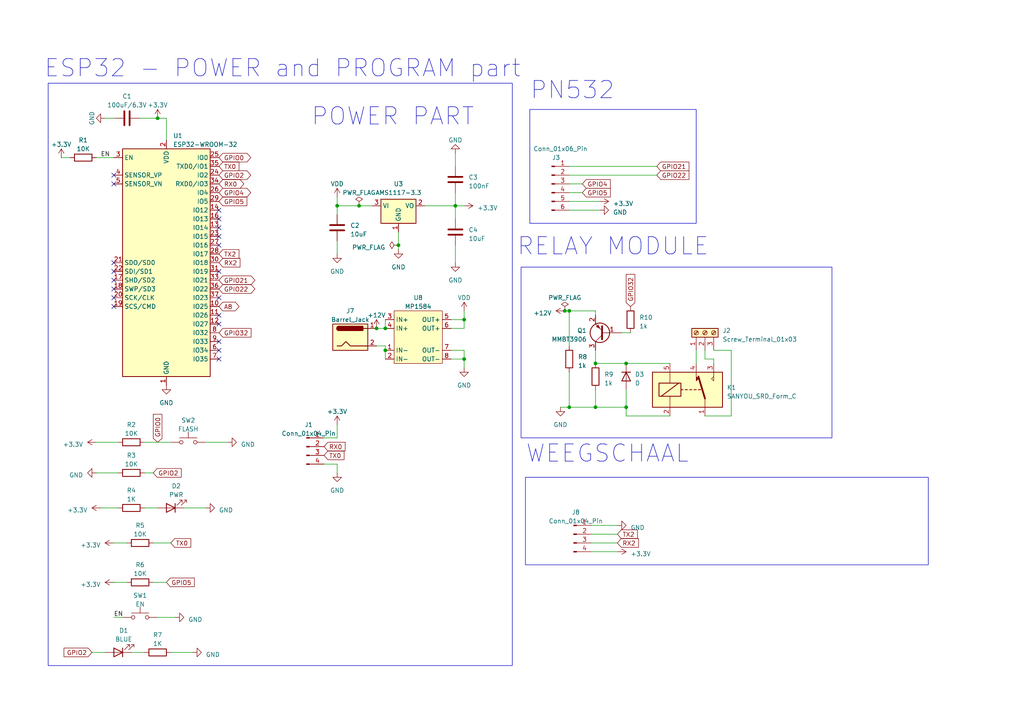
<source format=kicad_sch>
(kicad_sch (version 20230121) (generator eeschema)
  (paper "A4")
  (lib_symbols
    (symbol "Connector:Barrel_Jack" (pin_names (offset 1.016))
      (property "Reference" "J" (at 0 5.334 0))
      (property "Value" "Barrel_Jack" (at 0 -5.08 0))
      (symbol "Barrel_Jack_0_1"
        (rectangle (start -5.08 3.81) (end 5.08 -3.81) (stroke (width 0.254)) (fill (type background)))
        (arc (start -3.302 3.175) (mid -3.9343 2.54) (end -3.302 1.905) (stroke (width 0.254)))
        (arc (start -3.302 3.175) (mid -3.9343 2.54) (end -3.302 1.905) (stroke (width 0.254)) (fill (type outline)))
        (polyline (pts (xy 5.08 2.54) (xy 3.81 2.54)) (stroke (width 0.254)))
        (polyline (pts (xy -3.81 -2.54) (xy -2.54 -2.54) (xy -1.27 -1.27) (xy 0 -2.54) (xy 2.54 -2.54) (xy 5.08 -2.54)) (stroke (width 0.254)))
        (rectangle (start 3.683 3.175) (end -3.302 1.905) (stroke (width 0.254)) (fill (type outline)))
      )
      (symbol "Barrel_Jack_1_1"
        (pin passive line (at 7.62 2.54 180) (length 2.54) (name "~") (number "1"))
        (pin passive line (at 7.62 -2.54 180) (length 2.54) (name "~") (number "2"))
      )
    )
    (symbol "Connector:Conn_01x04_Pin" (pin_names (offset 1.016) hide)
      (property "Reference" "J" (at 0 5.08 0))
      (property "Value" "Conn_01x04_Pin" (at 0 -7.62 0))
      (symbol "Conn_01x04_Pin_1_1"
        (polyline (pts (xy 1.27 -5.08) (xy 0.8636 -5.08)) (stroke (width 0.1524)))
        (polyline (pts (xy 1.27 -2.54) (xy 0.8636 -2.54)) (stroke (width 0.1524)))
        (polyline (pts (xy 1.27 0) (xy 0.8636 0)) (stroke (width 0.1524)))
        (polyline (pts (xy 1.27 2.54) (xy 0.8636 2.54)) (stroke (width 0.1524)))
        (rectangle (start 0.8636 -4.953) (end 0 -5.207) (stroke (width 0.1524)) (fill (type outline)))
        (rectangle (start 0.8636 -2.413) (end 0 -2.667) (stroke (width 0.1524)) (fill (type outline)))
        (rectangle (start 0.8636 0.127) (end 0 -0.127) (stroke (width 0.1524)) (fill (type outline)))
        (rectangle (start 0.8636 2.667) (end 0 2.413) (stroke (width 0.1524)) (fill (type outline)))
        (pin passive line (at 5.08 2.54 180) (length 3.81) (name "Pin_1") (number "1"))
        (pin passive line (at 5.08 0 180) (length 3.81) (name "Pin_2") (number "2"))
        (pin passive line (at 5.08 -2.54 180) (length 3.81) (name "Pin_3") (number "3"))
        (pin passive line (at 5.08 -5.08 180) (length 3.81) (name "Pin_4") (number "4"))
      )
    )
    (symbol "Connector:Conn_01x06_Pin" (pin_names (offset 1.016) hide)
      (property "Reference" "J" (at 0 7.62 0))
      (property "Value" "Conn_01x06_Pin" (at 0 -10.16 0))
      (symbol "Conn_01x06_Pin_1_1"
        (polyline (pts (xy 1.27 -7.62) (xy 0.8636 -7.62)) (stroke (width 0.1524)))
        (polyline (pts (xy 1.27 -5.08) (xy 0.8636 -5.08)) (stroke (width 0.1524)))
        (polyline (pts (xy 1.27 -2.54) (xy 0.8636 -2.54)) (stroke (width 0.1524)))
        (polyline (pts (xy 1.27 0) (xy 0.8636 0)) (stroke (width 0.1524)))
        (polyline (pts (xy 1.27 2.54) (xy 0.8636 2.54)) (stroke (width 0.1524)))
        (polyline (pts (xy 1.27 5.08) (xy 0.8636 5.08)) (stroke (width 0.1524)))
        (rectangle (start 0.8636 -7.493) (end 0 -7.747) (stroke (width 0.1524)) (fill (type outline)))
        (rectangle (start 0.8636 -4.953) (end 0 -5.207) (stroke (width 0.1524)) (fill (type outline)))
        (rectangle (start 0.8636 -2.413) (end 0 -2.667) (stroke (width 0.1524)) (fill (type outline)))
        (rectangle (start 0.8636 0.127) (end 0 -0.127) (stroke (width 0.1524)) (fill (type outline)))
        (rectangle (start 0.8636 2.667) (end 0 2.413) (stroke (width 0.1524)) (fill (type outline)))
        (rectangle (start 0.8636 5.207) (end 0 4.953) (stroke (width 0.1524)) (fill (type outline)))
        (pin passive line (at 5.08 5.08 180) (length 3.81) (name "Pin_1") (number "1"))
        (pin passive line (at 5.08 2.54 180) (length 3.81) (name "Pin_2") (number "2"))
        (pin passive line (at 5.08 0 180) (length 3.81) (name "Pin_3") (number "3"))
        (pin passive line (at 5.08 -2.54 180) (length 3.81) (name "Pin_4") (number "4"))
        (pin passive line (at 5.08 -5.08 180) (length 3.81) (name "Pin_5") (number "5"))
        (pin passive line (at 5.08 -7.62 180) (length 3.81) (name "Pin_6") (number "6"))
      )
    )
    (symbol "Connector:Screw_Terminal_01x03" (pin_names (offset 1.016) hide)
      (property "Reference" "J" (at 0 5.08 0))
      (property "Value" "Screw_Terminal_01x03" (at 0 -5.08 0))
      (symbol "Screw_Terminal_01x03_1_1"
        (rectangle (start -1.27 3.81) (end 1.27 -3.81) (stroke (width 0.254)) (fill (type background)))
        (circle (center 0 -2.54) (radius 0.635) (stroke (width 0.1524)))
        (polyline (pts (xy -0.5334 -2.2098) (xy 0.3302 -3.048)) (stroke (width 0.1524)))
        (polyline (pts (xy -0.5334 0.3302) (xy 0.3302 -0.508)) (stroke (width 0.1524)))
        (polyline (pts (xy -0.5334 2.8702) (xy 0.3302 2.032)) (stroke (width 0.1524)))
        (polyline (pts (xy -0.3556 -2.032) (xy 0.508 -2.8702)) (stroke (width 0.1524)))
        (polyline (pts (xy -0.3556 0.508) (xy 0.508 -0.3302)) (stroke (width 0.1524)))
        (polyline (pts (xy -0.3556 3.048) (xy 0.508 2.2098)) (stroke (width 0.1524)))
        (circle (center 0 0) (radius 0.635) (stroke (width 0.1524)))
        (circle (center 0 2.54) (radius 0.635) (stroke (width 0.1524)))
        (pin passive line (at -5.08 2.54 0) (length 3.81) (name "Pin_1") (number "1"))
        (pin passive line (at -5.08 0 0) (length 3.81) (name "Pin_2") (number "2"))
        (pin passive line (at -5.08 -2.54 0) (length 3.81) (name "Pin_3") (number "3"))
      )
    )
    (symbol "Device:C" (pin_numbers hide) (pin_names (offset 0.254))
      (property "Reference" "C" (at 0.635 2.54 0))
      (property "Value" "C" (at 0.635 -2.54 0))
      (symbol "C_0_1"
        (polyline (pts (xy -2.032 -0.762) (xy 2.032 -0.762)) (stroke (width 0.508)))
        (polyline (pts (xy -2.032 0.762) (xy 2.032 0.762)) (stroke (width 0.508)))
      )
      (symbol "C_1_1"
        (pin passive line (at 0 3.81 270) (length 2.794) (name "~") (number "1"))
        (pin passive line (at 0 -3.81 90) (length 2.794) (name "~") (number "2"))
      )
    )
    (symbol "Device:D" (pin_numbers hide) (pin_names (offset 1.016) hide)
      (property "Reference" "D" (at 0 2.54 0))
      (property "Value" "D" (at 0 -2.54 0))
      (symbol "D_0_1"
        (polyline (pts (xy -1.27 1.27) (xy -1.27 -1.27)) (stroke (width 0.254)))
        (polyline (pts (xy 1.27 0) (xy -1.27 0)))
        (polyline (pts (xy 1.27 1.27) (xy 1.27 -1.27) (xy -1.27 0) (xy 1.27 1.27)) (stroke (width 0.254)))
      )
      (symbol "D_1_1"
        (pin passive line (at -3.81 0 0) (length 2.54) (name "K") (number "1"))
        (pin passive line (at 3.81 0 180) (length 2.54) (name "A") (number "2"))
      )
    )
    (symbol "Device:LED" (pin_numbers hide) (pin_names (offset 1.016) hide)
      (property "Reference" "D" (at 0 2.54 0))
      (property "Value" "LED" (at 0 -2.54 0))
      (symbol "LED_0_1"
        (polyline (pts (xy -1.27 -1.27) (xy -1.27 1.27)) (stroke (width 0.254)))
        (polyline (pts (xy -1.27 0) (xy 1.27 0)))
        (polyline (pts (xy 1.27 -1.27) (xy 1.27 1.27) (xy -1.27 0) (xy 1.27 -1.27)) (stroke (width 0.254)))
        (polyline (pts (xy -3.048 -0.762) (xy -4.572 -2.286) (xy -3.81 -2.286) (xy -4.572 -2.286) (xy -4.572 -1.524)))
        (polyline (pts (xy -1.778 -0.762) (xy -3.302 -2.286) (xy -2.54 -2.286) (xy -3.302 -2.286) (xy -3.302 -1.524)))
      )
      (symbol "LED_1_1"
        (pin passive line (at -3.81 0 0) (length 2.54) (name "K") (number "1"))
        (pin passive line (at 3.81 0 180) (length 2.54) (name "A") (number "2"))
      )
    )
    (symbol "Device:R" (pin_numbers hide) (pin_names (offset 0))
      (property "Reference" "R" (at 2.032 0 90))
      (property "Value" "R" (at 0 0 90))
      (symbol "R_0_1"
        (rectangle (start -1.016 -2.54) (end 1.016 2.54) (stroke (width 0.254)))
      )
      (symbol "R_1_1"
        (pin passive line (at 0 3.81 270) (length 1.27) (name "~") (number "1"))
        (pin passive line (at 0 -3.81 90) (length 1.27) (name "~") (number "2"))
      )
    )
    (symbol "Lib:MP1584"
      (property "Reference" "U" (at 0 2.54 0))
      (property "Value" "MP1584" (at 2.54 5.08 0))
      (symbol "MP1584_1_1"
        (rectangle (start -3.81 1.27) (end 10.16 -13.97) (fill (type background)))
        (pin input line (at -6.35 -10.16 0) (length 2.54) (name "IN-") (number "1"))
        (pin input line (at -6.35 -12.7 0) (length 2.54) (name "IN-") (number "2"))
        (pin input line (at -6.35 -1.27 0) (length 2.54) (name "IN+") (number "3"))
        (pin input line (at -6.35 -3.81 0) (length 2.54) (name "IN+") (number "4"))
        (pin input line (at 12.7 -1.27 180) (length 2.54) (name "OUT+") (number "5"))
        (pin input line (at 12.7 -3.81 180) (length 2.54) (name "OUT+") (number "6"))
        (pin input line (at 12.7 -10.16 180) (length 2.54) (name "OUT-") (number "7"))
        (pin input line (at 12.7 -12.7 180) (length 2.54) (name "OUT-") (number "8"))
      )
    )
    (symbol "RF_Module:ESP32-WROOM-32"
      (property "Reference" "U" (at -12.7 34.29 0))
      (property "Value" "ESP32-WROOM-32" (at 1.27 34.29 0))
      (symbol "ESP32-WROOM-32_0_1"
        (rectangle (start -12.7 33.02) (end 12.7 -33.02) (stroke (width 0.254)) (fill (type background)))
      )
      (symbol "ESP32-WROOM-32_1_1"
        (pin power_in line (at 0 -35.56 90) (length 2.54) (name "GND") (number "1"))
        (pin bidirectional line (at 15.24 -12.7 180) (length 2.54) (name "IO25") (number "10"))
        (pin bidirectional line (at 15.24 -15.24 180) (length 2.54) (name "IO26") (number "11"))
        (pin bidirectional line (at 15.24 -17.78 180) (length 2.54) (name "IO27") (number "12"))
        (pin bidirectional line (at 15.24 10.16 180) (length 2.54) (name "IO14") (number "13"))
        (pin bidirectional line (at 15.24 15.24 180) (length 2.54) (name "IO12") (number "14"))
        (pin passive line (at 0 -35.56 90) (length 2.54) hide (name "GND") (number "15"))
        (pin bidirectional line (at 15.24 12.7 180) (length 2.54) (name "IO13") (number "16"))
        (pin bidirectional line (at -15.24 -5.08 0) (length 2.54) (name "SHD/SD2") (number "17"))
        (pin bidirectional line (at -15.24 -7.62 0) (length 2.54) (name "SWP/SD3") (number "18"))
        (pin bidirectional line (at -15.24 -12.7 0) (length 2.54) (name "SCS/CMD") (number "19"))
        (pin power_in line (at 0 35.56 270) (length 2.54) (name "VDD") (number "2"))
        (pin bidirectional line (at -15.24 -10.16 0) (length 2.54) (name "SCK/CLK") (number "20"))
        (pin bidirectional line (at -15.24 0 0) (length 2.54) (name "SDO/SD0") (number "21"))
        (pin bidirectional line (at -15.24 -2.54 0) (length 2.54) (name "SDI/SD1") (number "22"))
        (pin bidirectional line (at 15.24 7.62 180) (length 2.54) (name "IO15") (number "23"))
        (pin bidirectional line (at 15.24 25.4 180) (length 2.54) (name "IO2") (number "24"))
        (pin bidirectional line (at 15.24 30.48 180) (length 2.54) (name "IO0") (number "25"))
        (pin bidirectional line (at 15.24 20.32 180) (length 2.54) (name "IO4") (number "26"))
        (pin bidirectional line (at 15.24 5.08 180) (length 2.54) (name "IO16") (number "27"))
        (pin bidirectional line (at 15.24 2.54 180) (length 2.54) (name "IO17") (number "28"))
        (pin bidirectional line (at 15.24 17.78 180) (length 2.54) (name "IO5") (number "29"))
        (pin input line (at -15.24 30.48 0) (length 2.54) (name "EN") (number "3"))
        (pin bidirectional line (at 15.24 0 180) (length 2.54) (name "IO18") (number "30"))
        (pin bidirectional line (at 15.24 -2.54 180) (length 2.54) (name "IO19") (number "31"))
        (pin no_connect line (at -12.7 -27.94 0) (length 2.54) hide (name "NC") (number "32"))
        (pin bidirectional line (at 15.24 -5.08 180) (length 2.54) (name "IO21") (number "33"))
        (pin bidirectional line (at 15.24 22.86 180) (length 2.54) (name "RXD0/IO3") (number "34"))
        (pin bidirectional line (at 15.24 27.94 180) (length 2.54) (name "TXD0/IO1") (number "35"))
        (pin bidirectional line (at 15.24 -7.62 180) (length 2.54) (name "IO22") (number "36"))
        (pin bidirectional line (at 15.24 -10.16 180) (length 2.54) (name "IO23") (number "37"))
        (pin passive line (at 0 -35.56 90) (length 2.54) hide (name "GND") (number "38"))
        (pin passive line (at 0 -35.56 90) (length 2.54) hide (name "GND") (number "39"))
        (pin input line (at -15.24 25.4 0) (length 2.54) (name "SENSOR_VP") (number "4"))
        (pin input line (at -15.24 22.86 0) (length 2.54) (name "SENSOR_VN") (number "5"))
        (pin input line (at 15.24 -25.4 180) (length 2.54) (name "IO34") (number "6"))
        (pin input line (at 15.24 -27.94 180) (length 2.54) (name "IO35") (number "7"))
        (pin bidirectional line (at 15.24 -20.32 180) (length 2.54) (name "IO32") (number "8"))
        (pin bidirectional line (at 15.24 -22.86 180) (length 2.54) (name "IO33") (number "9"))
      )
    )
    (symbol "Regulator_Linear:AMS1117-3.3"
      (property "Reference" "U" (at -3.81 3.175 0))
      (property "Value" "AMS1117-3.3" (at 0 3.175 0))
      (symbol "AMS1117-3.3_0_1"
        (rectangle (start -5.08 -5.08) (end 5.08 1.905) (stroke (width 0.254)) (fill (type background)))
      )
      (symbol "AMS1117-3.3_1_1"
        (pin power_in line (at 0 -7.62 90) (length 2.54) (name "GND") (number "1"))
        (pin power_out line (at 7.62 0 180) (length 2.54) (name "VO") (number "2"))
        (pin power_in line (at -7.62 0 0) (length 2.54) (name "VI") (number "3"))
      )
    )
    (symbol "Relay:SANYOU_SRD_Form_C"
      (property "Reference" "K" (at 11.43 3.81 0))
      (property "Value" "SANYOU_SRD_Form_C" (at 11.43 1.27 0))
      (symbol "SANYOU_SRD_Form_C_0_0"
        (polyline (pts (xy 7.62 5.08) (xy 7.62 2.54) (xy 6.985 3.175) (xy 7.62 3.81)))
      )
      (symbol "SANYOU_SRD_Form_C_0_1"
        (rectangle (start -10.16 5.08) (end 10.16 -5.08) (stroke (width 0.254)) (fill (type background)))
        (rectangle (start -8.255 1.905) (end -1.905 -1.905) (stroke (width 0.254)))
        (polyline (pts (xy -7.62 -1.905) (xy -2.54 1.905)) (stroke (width 0.254)))
        (polyline (pts (xy -5.08 -5.08) (xy -5.08 -1.905)))
        (polyline (pts (xy -5.08 5.08) (xy -5.08 1.905)))
        (polyline (pts (xy -1.905 0) (xy -1.27 0)) (stroke (width 0.254)))
        (polyline (pts (xy -0.635 0) (xy 0 0)) (stroke (width 0.254)))
        (polyline (pts (xy 0.635 0) (xy 1.27 0)) (stroke (width 0.254)))
        (polyline (pts (xy 1.905 0) (xy 2.54 0)) (stroke (width 0.254)))
        (polyline (pts (xy 3.175 0) (xy 3.81 0)) (stroke (width 0.254)))
        (polyline (pts (xy 5.08 -2.54) (xy 3.175 3.81)) (stroke (width 0.508)))
        (polyline (pts (xy 5.08 -2.54) (xy 5.08 -5.08)))
      )
      (symbol "SANYOU_SRD_Form_C_1_1"
        (polyline (pts (xy 2.54 3.81) (xy 3.175 3.175) (xy 2.54 2.54) (xy 2.54 5.08)) (fill (type outline)))
        (pin passive line (at 5.08 -7.62 90) (length 2.54) (name "~") (number "1"))
        (pin passive line (at -5.08 -7.62 90) (length 2.54) (name "~") (number "2"))
        (pin passive line (at 7.62 7.62 270) (length 2.54) (name "~") (number "3"))
        (pin passive line (at 2.54 7.62 270) (length 2.54) (name "~") (number "4"))
        (pin passive line (at -5.08 7.62 270) (length 2.54) (name "~") (number "5"))
      )
    )
    (symbol "Switch:SW_Push" (pin_numbers hide) (pin_names (offset 1.016) hide)
      (property "Reference" "SW" (at 1.27 2.54 0))
      (property "Value" "SW_Push" (at 0 -1.524 0))
      (symbol "SW_Push_0_1"
        (circle (center -2.032 0) (radius 0.508))
        (polyline (pts (xy 0 1.27) (xy 0 3.048)))
        (polyline (pts (xy 2.54 1.27) (xy -2.54 1.27)))
        (circle (center 2.032 0) (radius 0.508))
        (pin passive line (at -5.08 0 0) (length 2.54) (name "1") (number "1"))
        (pin passive line (at 5.08 0 180) (length 2.54) (name "2") (number "2"))
      )
    )
    (symbol "Transistor_BJT:MMBT3906" (pin_names (offset 0) hide)
      (property "Reference" "Q3" (at 5.08 0.635 0))
      (property "Value" "MMBT3906" (at 5.08 -1.905 0))
      (symbol "MMBT3906_0_1"
        (polyline (pts (xy 0.635 0.635) (xy 2.54 2.54)))
        (polyline (pts (xy 0.635 -0.635) (xy 2.54 -2.54) (xy 2.54 -2.54)))
        (polyline (pts (xy 0.635 1.905) (xy 0.635 -1.905) (xy 0.635 -1.905)) (stroke (width 0.508)))
        (polyline (pts (xy 2.286 -1.778) (xy 1.778 -2.286) (xy 1.27 -1.27) (xy 2.286 -1.778) (xy 2.286 -1.778)) (fill (type outline)))
        (circle (center 1.27 0) (radius 2.8194) (stroke (width 0.254)))
      )
      (symbol "MMBT3906_1_1"
        (pin input line (at -5.08 0 0) (length 5.715) (name "B") (number "1"))
        (pin passive line (at 2.54 -5.08 90) (length 2.54) (name "E") (number "2"))
        (pin passive line (at 2.54 5.08 270) (length 2.54) (name "C") (number "3"))
      )
    )
    (symbol "power:+12V" (power) (pin_names (offset 0))
      (property "Value" "+12V" (at 0 3.556 0))
      (symbol "+12V_0_1"
        (polyline (pts (xy -0.762 1.27) (xy 0 2.54)))
        (polyline (pts (xy 0 0) (xy 0 2.54)))
        (polyline (pts (xy 0 2.54) (xy 0.762 1.27)))
      )
      (symbol "+12V_1_1"
        (pin power_in line (at 0 0 90) (length 0) hide (name "+12V") (number "1"))
      )
    )
    (symbol "power:+3.3V" (power) (pin_names (offset 0))
      (property "Value" "+3.3V" (at 0 3.556 0))
      (symbol "+3.3V_0_1"
        (polyline (pts (xy -0.762 1.27) (xy 0 2.54)))
        (polyline (pts (xy 0 0) (xy 0 2.54)))
        (polyline (pts (xy 0 2.54) (xy 0.762 1.27)))
      )
      (symbol "+3.3V_1_1"
        (pin power_in line (at 0 0 90) (length 0) hide (name "+3.3V") (number "1"))
      )
    )
    (symbol "power:GND" (power) (pin_names (offset 0))
      (property "Value" "GND" (at 0 -3.81 0))
      (symbol "GND_0_1"
        (polyline (pts (xy 0 0) (xy 0 -1.27) (xy 1.27 -1.27) (xy 0 -2.54) (xy -1.27 -1.27) (xy 0 -1.27)))
      )
      (symbol "GND_1_1"
        (pin power_in line (at 0 0 270) (length 0) hide (name "GND") (number "1"))
      )
    )
    (symbol "power:PWR_FLAG" (power) (pin_numbers hide) (pin_names (offset 0) hide)
      (property "Value" "PWR_FLAG" (at 0 3.81 0))
      (symbol "PWR_FLAG_0_0"
        (pin power_out line (at 0 0 90) (length 0) (name "pwr") (number "1"))
      )
      (symbol "PWR_FLAG_0_1"
        (polyline (pts (xy 0 0) (xy 0 1.27) (xy -1.016 1.905) (xy 0 2.54) (xy 1.016 1.905) (xy 0 1.27)))
      )
    )
    (symbol "power:VDD" (power) (pin_names (offset 0))
      (property "Value" "VDD" (at 0 3.81 0))
      (symbol "VDD_0_1"
        (polyline (pts (xy -0.762 1.27) (xy 0 2.54)))
        (polyline (pts (xy 0 0) (xy 0 2.54)))
        (polyline (pts (xy 0 2.54) (xy 0.762 1.27)))
      )
      (symbol "VDD_1_1"
        (pin power_in line (at 0 0 90) (length 0) hide (name "VDD") (number "1"))
      )
    )
  )
  (junction (at 181.61 118.11))
  (junction (at 165.1 90.17))
  (junction (at 109.22 95.25))
  (junction (at 111.76 95.25))
  (junction (at 134.62 104.14))
  (junction (at 104.14 59.69))
  (junction (at 172.72 118.11))
  (junction (at 165.1 118.11))
  (junction (at 163.83 90.17))
  (junction (at 132.08 59.69))
  (junction (at 134.62 92.71))
  (junction (at 111.76 101.6))
  (junction (at 172.72 105.41))
  (junction (at 181.61 105.41))
  (junction (at 115.57 71.12))
  (junction (at 97.79 59.69))
  (junction (at 45.72 34.29))
  (no_connect (at 33.02 50.8))
  (no_connect (at 33.02 53.34))
  (no_connect (at 33.02 88.9))
  (no_connect (at 63.5 66.04))
  (no_connect (at 63.5 60.96))
  (no_connect (at 63.5 71.12))
  (no_connect (at 63.5 63.5))
  (no_connect (at 63.5 93.98))
  (no_connect (at 33.02 76.2))
  (no_connect (at 63.5 101.6))
  (no_connect (at 63.5 99.06))
  (no_connect (at 33.02 78.74))
  (no_connect (at 63.5 86.36))
  (no_connect (at 63.5 68.58))
  (no_connect (at 33.02 83.82))
  (no_connect (at 63.5 78.74))
  (no_connect (at 33.02 86.36))
  (no_connect (at 63.5 91.44))
  (no_connect (at 33.02 81.28))
  (no_connect (at 63.5 104.14))
  (wire (pts (xy 17.78 45.72) (xy 20.32 45.72)))
  (wire (pts (xy 27.94 45.72) (xy 33.02 45.72)))
  (wire (pts (xy 134.62 106.68) (xy 134.62 104.14)))
  (wire (pts (xy 48.26 34.29) (xy 48.26 40.64)))
  (wire (pts (xy 172.72 105.41) (xy 181.61 105.41)))
  (wire (pts (xy 132.08 59.69) (xy 134.62 59.69)))
  (wire (pts (xy 26.67 189.23) (xy 30.48 189.23)))
  (wire (pts (xy 130.81 92.71) (xy 134.62 92.71)))
  (wire (pts (xy 134.62 95.25) (xy 134.62 92.71)))
  (wire (pts (xy 130.81 95.25) (xy 134.62 95.25)))
  (wire (pts (xy 201.93 101.6) (xy 201.93 105.41)))
  (wire (pts (xy 115.57 67.31) (xy 115.57 71.12)))
  (wire (pts (xy 204.47 104.14) (xy 204.47 101.6)))
  (wire (pts (xy 27.94 128.27) (xy 34.29 128.27)))
  (wire (pts (xy 165.1 50.8) (xy 190.5 50.8)))
  (wire (pts (xy 41.91 137.16) (xy 44.45 137.16)))
  (wire (pts (xy 41.91 128.27) (xy 49.53 128.27)))
  (wire (pts (xy 44.45 157.48) (xy 49.53 157.48)))
  (wire (pts (xy 38.1 189.23) (xy 41.91 189.23)))
  (wire (pts (xy 30.48 34.29) (xy 33.02 34.29)))
  (wire (pts (xy 181.61 105.41) (xy 194.31 105.41)))
  (wire (pts (xy 115.57 71.12) (xy 115.57 72.39)))
  (wire (pts (xy 163.83 90.17) (xy 165.1 90.17)))
  (wire (pts (xy 171.45 152.4) (xy 179.07 152.4)))
  (wire (pts (xy 165.1 55.88) (xy 168.91 55.88)))
  (wire (pts (xy 132.08 55.88) (xy 132.08 59.69)))
  (wire (pts (xy 27.94 137.16) (xy 34.29 137.16)))
  (wire (pts (xy 172.72 101.6) (xy 172.72 105.41)))
  (wire (pts (xy 165.1 60.96) (xy 173.99 60.96)))
  (wire (pts (xy 162.56 118.11) (xy 165.1 118.11)))
  (wire (pts (xy 59.69 128.27) (xy 66.04 128.27)))
  (wire (pts (xy 97.79 137.16) (xy 97.79 134.62)))
  (wire (pts (xy 49.53 189.23) (xy 55.88 189.23)))
  (wire (pts (xy 134.62 104.14) (xy 134.62 101.6)))
  (wire (pts (xy 111.76 95.25) (xy 111.76 92.71)))
  (wire (pts (xy 132.08 71.12) (xy 132.08 76.2)))
  (wire (pts (xy 45.72 34.29) (xy 40.64 34.29)))
  (wire (pts (xy 111.76 100.33) (xy 111.76 101.6)))
  (wire (pts (xy 212.09 120.65) (xy 204.47 120.65)))
  (wire (pts (xy 29.21 147.32) (xy 34.29 147.32)))
  (wire (pts (xy 33.02 157.48) (xy 36.83 157.48)))
  (wire (pts (xy 165.1 48.26) (xy 190.5 48.26)))
  (wire (pts (xy 134.62 101.6) (xy 130.81 101.6)))
  (wire (pts (xy 41.91 147.32) (xy 45.72 147.32)))
  (wire (pts (xy 109.22 100.33) (xy 111.76 100.33)))
  (wire (pts (xy 33.02 168.91) (xy 36.83 168.91)))
  (wire (pts (xy 171.45 160.02) (xy 179.07 160.02)))
  (wire (pts (xy 53.34 147.32) (xy 59.69 147.32)))
  (wire (pts (xy 165.1 90.17) (xy 165.1 100.33)))
  (wire (pts (xy 97.79 127) (xy 93.98 127)))
  (wire (pts (xy 212.09 120.65) (xy 212.09 101.6)))
  (wire (pts (xy 172.72 90.17) (xy 172.72 91.44)))
  (wire (pts (xy 111.76 101.6) (xy 111.76 104.14)))
  (wire (pts (xy 48.26 34.29) (xy 45.72 34.29)))
  (wire (pts (xy 97.79 57.15) (xy 97.79 59.69)))
  (wire (pts (xy 130.81 104.14) (xy 134.62 104.14)))
  (wire (pts (xy 134.62 92.71) (xy 134.62 90.17)))
  (wire (pts (xy 207.01 105.41) (xy 207.01 104.14)))
  (wire (pts (xy 45.72 179.07) (xy 50.8 179.07)))
  (wire (pts (xy 97.79 123.19) (xy 97.79 127)))
  (wire (pts (xy 165.1 53.34) (xy 168.91 53.34)))
  (wire (pts (xy 181.61 118.11) (xy 181.61 120.65)))
  (wire (pts (xy 165.1 107.95) (xy 165.1 118.11)))
  (wire (pts (xy 97.79 59.69) (xy 104.14 59.69)))
  (wire (pts (xy 171.45 154.94) (xy 179.07 154.94)))
  (wire (pts (xy 44.45 168.91) (xy 48.26 168.91)))
  (wire (pts (xy 207.01 104.14) (xy 204.47 104.14)))
  (wire (pts (xy 97.79 69.85) (xy 97.79 73.66)))
  (wire (pts (xy 132.08 59.69) (xy 132.08 63.5)))
  (wire (pts (xy 171.45 157.48) (xy 179.07 157.48)))
  (wire (pts (xy 33.02 179.07) (xy 35.56 179.07)))
  (wire (pts (xy 180.34 96.52) (xy 182.88 96.52)))
  (wire (pts (xy 172.72 113.03) (xy 172.72 118.11)))
  (wire (pts (xy 172.72 118.11) (xy 181.61 118.11)))
  (wire (pts (xy 212.09 101.6) (xy 207.01 101.6)))
  (wire (pts (xy 181.61 113.03) (xy 181.61 118.11)))
  (wire (pts (xy 165.1 58.42) (xy 173.99 58.42)))
  (wire (pts (xy 97.79 59.69) (xy 97.79 62.23)))
  (wire (pts (xy 132.08 44.45) (xy 132.08 48.26)))
  (wire (pts (xy 109.22 95.25) (xy 111.76 95.25)))
  (wire (pts (xy 97.79 134.62) (xy 93.98 134.62)))
  (wire (pts (xy 181.61 120.65) (xy 194.31 120.65)))
  (wire (pts (xy 123.19 59.69) (xy 132.08 59.69)))
  (wire (pts (xy 165.1 118.11) (xy 172.72 118.11)))
  (wire (pts (xy 104.14 59.69) (xy 107.95 59.69)))
  (wire (pts (xy 165.1 90.17) (xy 172.72 90.17)))
  (rectangle (start 151.13 77.47) (end 241.3 127))
  (rectangle (start 152.4 138.43) (end 269.24 163.83))
  (rectangle (start 153.67 31.75) (end 201.93 64.77))
  (rectangle (start 13.97 24.13) (end 148.59 193.04))
  (text "PN532\n" (at 153.67 29.21 0) (effects (font (size 5 5)) (justify left bottom)))
  (text "ESP32 - POWER and PROGRAM part" (at 12.7 22.86 0) (effects (font (size 5 5)) (justify left bottom)))
  (text "WEEGSCHAAL\n" (at 152.4 134.62 0) (effects (font (size 5 5)) (justify left bottom)))
  (text "POWER PART" (at 90.17 36.83 0) (effects (font (size 5 5)) (justify left bottom)))
  (text "RELAY MODULE\n\n" (at 149.86 82.55 0) (effects (font (size 5 5)) (justify left bottom)))
  (label "EN" (at 29.21 45.72 0))
  (label "EN" (at 33.02 179.07 0))
  (global_label "RX0" (shape bidirectional) (at 63.5 53.34 0) (property "Intersheetrefs" "${INTERSHEET_REFS}" (effects hide)))
  (global_label "GPIO4" (shape input) (at 168.91 53.34 0) (property "Intersheetrefs" "${INTERSHEET_REFS}" (effects hide)))
  (global_label "GPIO2" (shape input) (at 26.67 189.23 180) (property "Intersheetrefs" "${INTERSHEET_REFS}" (effects hide)))
  (global_label "TX0" (shape input) (at 63.5 48.26 0) (property "Intersheetrefs" "${INTERSHEET_REFS}" (effects hide)))
  (global_label "GPIO21" (shape input) (at 190.5 48.26 0) (property "Intersheetrefs" "${INTERSHEET_REFS}" (effects hide)))
  (global_label "GPIO22" (shape input) (at 190.5 50.8 0) (property "Intersheetrefs" "${INTERSHEET_REFS}" (effects hide)))
  (global_label "TX0" (shape input) (at 49.53 157.48 0) (property "Intersheetrefs" "${INTERSHEET_REFS}" (effects hide)))
  (global_label "RX2" (shape input) (at 63.5 76.2 0) (property "Intersheetrefs" "${INTERSHEET_REFS}" (effects hide)))
  (global_label "RX2" (shape input) (at 179.07 157.48 0) (property "Intersheetrefs" "${INTERSHEET_REFS}" (effects hide)))
  (global_label "GPIO5" (shape input) (at 63.5 58.42 0) (property "Intersheetrefs" "${INTERSHEET_REFS}" (effects hide)))
  (global_label "GPIO0" (shape bidirectional) (at 63.5 45.72 0) (property "Intersheetrefs" "${INTERSHEET_REFS}" (effects hide)))
  (global_label "GPIO32" (shape input) (at 63.5 96.52 0) (property "Intersheetrefs" "${INTERSHEET_REFS}" (effects hide)))
  (global_label "GPIO21" (shape bidirectional) (at 63.5 81.28 0) (property "Intersheetrefs" "${INTERSHEET_REFS}" (effects hide)))
  (global_label "GPIO5" (shape input) (at 168.91 55.88 0) (property "Intersheetrefs" "${INTERSHEET_REFS}" (effects hide)))
  (global_label "GPIO2" (shape bidirectional) (at 63.5 50.8 0) (property "Intersheetrefs" "${INTERSHEET_REFS}" (effects hide)))
  (global_label "A8" (shape bidirectional) (at 63.5 88.9 0) (property "Intersheetrefs" "${INTERSHEET_REFS}" (effects hide)))
  (global_label "TX0" (shape input) (at 93.98 132.08 0) (property "Intersheetrefs" "${INTERSHEET_REFS}" (effects hide)))
  (global_label "GPIO22" (shape bidirectional) (at 63.5 83.82 0) (property "Intersheetrefs" "${INTERSHEET_REFS}" (effects hide)))
  (global_label "GPIO5" (shape input) (at 48.26 168.91 0) (property "Intersheetrefs" "${INTERSHEET_REFS}" (effects hide)))
  (global_label "RX0" (shape input) (at 93.98 129.54 0) (property "Intersheetrefs" "${INTERSHEET_REFS}" (effects hide)))
  (global_label "TX2" (shape input) (at 63.5 73.66 0) (property "Intersheetrefs" "${INTERSHEET_REFS}" (effects hide)))
  (global_label "TX2" (shape input) (at 179.07 154.94 0) (property "Intersheetrefs" "${INTERSHEET_REFS}" (effects hide)))
  (global_label "GPIO4" (shape bidirectional) (at 63.5 55.88 0) (property "Intersheetrefs" "${INTERSHEET_REFS}" (effects hide)))
  (global_label "GPIO32" (shape input) (at 182.88 88.9 90) (property "Intersheetrefs" "${INTERSHEET_REFS}" (effects hide)))
  (global_label "GPIO2" (shape input) (at 44.45 137.16 0) (property "Intersheetrefs" "${INTERSHEET_REFS}" (effects hide)))
  (global_label "GPIO0" (shape input) (at 45.72 128.27 90) (property "Intersheetrefs" "${INTERSHEET_REFS}" (effects hide)))
  (symbol (lib_id "Device:R") (at 165.1 104.14 0) (unit 1)
    (property "Reference" "R8" (at 167.64 103.505 0) (effects (justify left)))
    (property "Value" "1k" (at 167.64 106.045 0) (effects (justify left)))
    (property "Footprint" "Resistor_SMD:R_0805_2012Metric_Pad1.20x1.40mm_HandSolder" (effects hide))
  )
  (symbol (lib_id "power:+3.3V") (at 29.21 147.32 90) (unit 1)
    (property "Reference" "#PWR04" (effects hide))
    (property "Value" "+3.3V" (at 25.4 147.955 90) (effects (justify left)))
  )
  (symbol (lib_id "Device:R") (at 38.1 137.16 90) (unit 1)
    (property "Reference" "R3" (at 38.1 132.08 90))
    (property "Value" "10K" (at 38.1 134.62 90))
    (property "Footprint" "Resistor_SMD:R_0805_2012Metric_Pad1.20x1.40mm_HandSolder" (effects hide))
  )
  (symbol (lib_id "Device:C") (at 132.08 67.31 0) (unit 1)
    (property "Reference" "C4" (at 135.89 66.675 0) (effects (justify left)))
    (property "Value" "10uF" (at 135.89 69.215 0) (effects (justify left)))
    (property "Footprint" "Capacitor_SMD:C_0805_2012Metric_Pad1.18x1.45mm_HandSolder" (effects hide))
  )
  (symbol (lib_id "power:+3.3V") (at 97.79 123.19 0) (unit 1)
    (property "Reference" "#PWR016" (effects hide))
    (property "Value" "+3.3V" (at 97.79 119.38 0))
  )
  (symbol (lib_id "Device:R") (at 24.13 45.72 90) (unit 1)
    (property "Reference" "R1" (at 24.13 40.64 90))
    (property "Value" "10K" (at 24.13 43.18 90))
    (property "Footprint" "Resistor_SMD:R_0805_2012Metric_Pad1.20x1.40mm_HandSolder" (effects hide))
  )
  (symbol (lib_id "power:+3.3V") (at 173.99 58.42 270) (unit 1)
    (property "Reference" "#PWR026" (effects hide))
    (property "Value" "+3.3V" (at 177.8 59.055 90) (effects (justify left)))
  )
  (symbol (lib_id "power:+3.3V") (at 33.02 168.91 90) (unit 1)
    (property "Reference" "#PWR07" (effects hide))
    (property "Value" "+3.3V" (at 29.21 169.545 90) (effects (justify left)))
  )
  (symbol (lib_id "Device:R") (at 172.72 109.22 0) (unit 1)
    (property "Reference" "R9" (at 175.26 108.585 0) (effects (justify left)))
    (property "Value" "1k" (at 175.26 111.125 0) (effects (justify left)))
    (property "Footprint" "Resistor_SMD:R_0805_2012Metric_Pad1.20x1.40mm_HandSolder" (effects hide))
  )
  (symbol (lib_id "power:GND") (at 134.62 106.68 0) (unit 1)
    (property "Reference" "#PWR052" (effects hide))
    (property "Value" "GND" (at 134.62 111.76 0))
  )
  (symbol (lib_id "power:GND") (at 30.48 34.29 270) (unit 1)
    (property "Reference" "#PWR05" (effects hide))
    (property "Value" "GND" (at 26.67 34.29 0))
  )
  (symbol (lib_id "power:GND") (at 115.57 72.39 0) (unit 1)
    (property "Reference" "#PWR018" (effects hide))
    (property "Value" "GND" (at 115.57 77.47 0))
  )
  (symbol (lib_id "Switch:SW_Push") (at 40.64 179.07 0) (unit 1)
    (property "Reference" "SW1" (at 40.64 172.72 0))
    (property "Value" "EN" (at 40.64 175.26 0))
    (property "Footprint" "Button_Switch_SMD:SW_DIP_SPSTx01_Slide_Copal_CHS-01B_W7.62mm_P1.27mm" (effects hide))
  )
  (symbol (lib_id "Device:R") (at 38.1 147.32 90) (unit 1)
    (property "Reference" "R4" (at 38.1 142.24 90))
    (property "Value" "1K" (at 38.1 144.78 90))
    (property "Footprint" "Resistor_SMD:R_0805_2012Metric_Pad1.20x1.40mm_HandSolder" (effects hide))
  )
  (symbol (lib_id "Connector:Barrel_Jack") (at 101.6 97.79 0) (unit 1)
    (property "Reference" "J7" (at 101.6 90.17 0))
    (property "Value" "Barrel_Jack" (at 101.6 92.71 0))
    (property "Footprint" "Connector_BarrelJack:BarrelJack_GCT_DCJ200-10-A_Horizontal" (effects hide))
  )
  (symbol (lib_id "Device:R") (at 38.1 128.27 90) (unit 1)
    (property "Reference" "R2" (at 38.1 123.19 90))
    (property "Value" "10K" (at 38.1 125.73 90))
    (property "Footprint" "Resistor_SMD:R_0805_2012Metric_Pad1.20x1.40mm_HandSolder" (effects hide))
  )
  (symbol (lib_id "power:GND") (at 59.69 147.32 90) (unit 1)
    (property "Reference" "#PWR012" (effects hide))
    (property "Value" "GND" (at 63.5 147.955 90) (effects (justify right)))
  )
  (symbol (lib_id "power:+3.3V") (at 45.72 34.29 0) (unit 1)
    (property "Reference" "#PWR08" (effects hide))
    (property "Value" "+3.3V" (at 45.72 30.48 0))
  )
  (symbol (lib_id "RF_Module:ESP32-WROOM-32") (at 48.26 76.2 0) (unit 1)
    (property "Reference" "U1" (at 50.2159 39.37 0) (effects (justify left)))
    (property "Value" "ESP32-WROOM-32" (at 50.2159 41.91 0) (effects (justify left)))
    (property "Footprint" "RF_Module:ESP32-WROOM-32" (effects hide))
    (property "Datasheet" "https://www.espressif.com/sites/default/files/documentation/esp32-wroom-32_datasheet_en.pdf" (effects hide))
  )
  (symbol (lib_id "power:GND") (at 66.04 128.27 90) (unit 1)
    (property "Reference" "#PWR013" (effects hide))
    (property "Value" "GND" (at 69.85 128.905 90) (effects (justify right)))
  )
  (symbol (lib_id "Connector:Conn_01x04_Pin") (at 88.9 129.54 0) (unit 1)
    (property "Reference" "J1" (at 89.535 123.19 0))
    (property "Value" "Conn_01x04_Pin" (at 89.535 125.73 0))
    (property "Footprint" "Connector_PinHeader_2.54mm:PinHeader_1x04_P2.54mm_Vertical" (effects hide))
  )
  (symbol (lib_id "Device:LED") (at 49.53 147.32 180) (unit 1)
    (property "Reference" "D2" (at 51.1175 140.97 0))
    (property "Value" "PWR" (at 51.1175 143.51 0))
    (property "Footprint" "LED_SMD:LED_0805_2012Metric_Pad1.15x1.40mm_HandSolder" (effects hide))
  )
  (symbol (lib_id "power:GND") (at 48.26 111.76 0) (unit 1)
    (property "Reference" "#PWR09" (effects hide))
    (property "Value" "GND" (at 48.26 116.84 0))
  )
  (symbol (lib_id "power:+3.3V") (at 27.94 128.27 90) (unit 1)
    (property "Reference" "#PWR02" (effects hide))
    (property "Value" "+3.3V" (at 24.13 128.905 90) (effects (justify left)))
  )
  (symbol (lib_id "power:PWR_FLAG") (at 104.14 59.69 0) (unit 1)
    (property "Reference" "#FLG01" (effects hide))
    (property "Value" "PWR_FLAG" (at 104.14 55.88 0))
  )
  (symbol (lib_id "Device:C") (at 36.83 34.29 270) (unit 1)
    (property "Reference" "C1" (at 36.83 27.94 90))
    (property "Value" "100uF/6.3V" (at 36.83 30.48 90))
    (property "Footprint" "Capacitor_SMD:C_0805_2012Metric_Pad1.18x1.45mm_HandSolder" (effects hide))
  )
  (symbol (lib_id "Device:LED") (at 34.29 189.23 180) (unit 1)
    (property "Reference" "D1" (at 35.8775 182.88 0))
    (property "Value" "BLUE" (at 35.8775 185.42 0))
    (property "Footprint" "LED_SMD:LED_0805_2012Metric_Pad1.15x1.40mm_HandSolder" (effects hide))
  )
  (symbol (lib_id "power:GND") (at 55.88 189.23 90) (unit 1)
    (property "Reference" "#PWR011" (effects hide))
    (property "Value" "GND" (at 59.69 189.865 90) (effects (justify right)))
  )
  (symbol (lib_id "power:GND") (at 50.8 179.07 90) (unit 1)
    (property "Reference" "#PWR010" (effects hide))
    (property "Value" "GND" (at 54.61 179.705 90) (effects (justify right)))
  )
  (symbol (lib_id "power:PWR_FLAG") (at 115.57 71.12 90) (unit 1)
    (property "Reference" "#FLG02" (effects hide))
    (property "Value" "PWR_FLAG" (at 111.76 71.755 90) (effects (justify left)))
  )
  (symbol (lib_id "power:GND") (at 27.94 137.16 270) (unit 1)
    (property "Reference" "#PWR03" (effects hide))
    (property "Value" "GND" (at 24.13 137.795 90) (effects (justify right)))
  )
  (symbol (lib_id "power:GND") (at 173.99 60.96 90) (unit 1)
    (property "Reference" "#PWR027" (effects hide))
    (property "Value" "GND" (at 177.8 61.595 90) (effects (justify right)))
  )
  (symbol (lib_id "Device:D") (at 181.61 109.22 270) (unit 1)
    (property "Reference" "D3" (at 184.15 108.585 90) (effects (justify left)))
    (property "Value" "D" (at 184.15 111.125 90) (effects (justify left)))
    (property "Footprint" "Diode_SMD:D_0805_2012Metric" (effects hide))
    (property "Sim.Device" "D" (effects hide))
    (property "Sim.Pins" "1=K 2=A" (effects hide))
  )
  (symbol (lib_id "Device:C") (at 132.08 52.07 0) (unit 1)
    (property "Reference" "C3" (at 135.89 51.435 0) (effects (justify left)))
    (property "Value" "100nF" (at 135.89 53.975 0) (effects (justify left)))
    (property "Footprint" "Capacitor_SMD:C_0805_2012Metric_Pad1.18x1.45mm_HandSolder" (effects hide))
  )
  (symbol (lib_id "power:+3.3V") (at 33.02 157.48 90) (unit 1)
    (property "Reference" "#PWR06" (effects hide))
    (property "Value" "+3.3V" (at 29.21 158.115 90) (effects (justify left)))
  )
  (symbol (lib_id "power:GND") (at 97.79 137.16 0) (unit 1)
    (property "Reference" "#PWR017" (effects hide))
    (property "Value" "GND" (at 97.79 142.24 0))
  )
  (symbol (lib_id "power:GND") (at 97.79 73.66 0) (unit 1)
    (property "Reference" "#PWR015" (effects hide))
    (property "Value" "GND" (at 97.79 78.74 0))
  )
  (symbol (lib_id "Lib:MP1584") (at 118.11 91.44 0) (unit 1)
    (property "Reference" "U8" (at 121.285 86.36 0))
    (property "Value" "MP1584" (at 121.285 88.9 0))
    (property "Footprint" "Library:U1584" (effects hide))
  )
  (symbol (lib_id "Device:R") (at 40.64 157.48 90) (unit 1)
    (property "Reference" "R5" (at 40.64 152.4 90))
    (property "Value" "10K" (at 40.64 154.94 90))
    (property "Footprint" "Resistor_SMD:R_0805_2012Metric_Pad1.20x1.40mm_HandSolder" (effects hide))
  )
  (symbol (lib_id "Regulator_Linear:AMS1117-3.3") (at 115.57 59.69 0) (unit 1)
    (property "Reference" "U3" (at 115.57 53.34 0))
    (property "Value" "AMS1117-3.3" (at 115.57 55.88 0))
    (property "Footprint" "Package_TO_SOT_SMD:SOT-223-3_TabPin2" (effects hide))
    (property "Datasheet" "http://www.advanced-monolithic.com/pdf/ds1117.pdf" (effects hide))
  )
  (symbol (lib_id "power:+12V") (at 109.22 95.25 0) (unit 1)
    (property "Reference" "#PWR024" (effects hide))
    (property "Value" "+12V" (at 109.22 91.44 0))
  )
  (symbol (lib_id "power:GND") (at 179.07 152.4 90) (unit 1)
    (property "Reference" "#PWR053" (effects hide))
    (property "Value" "GND" (at 182.88 153.035 90) (effects (justify right)))
  )
  (symbol (lib_id "Connector:Conn_01x06_Pin") (at 160.02 53.34 0) (unit 1)
    (property "Reference" "J3" (at 161.29 45.72 0))
    (property "Value" "Conn_01x06_Pin" (at 162.56 43.18 0))
    (property "Footprint" "Connector_PinHeader_2.54mm:PinHeader_1x06_P2.54mm_Vertical" (effects hide))
  )
  (symbol (lib_id "Device:R") (at 40.64 168.91 90) (unit 1)
    (property "Reference" "R6" (at 40.64 163.83 90))
    (property "Value" "10K" (at 40.64 166.37 90))
    (property "Footprint" "Resistor_SMD:R_0805_2012Metric_Pad1.20x1.40mm_HandSolder" (effects hide))
  )
  (symbol (lib_id "Transistor_BJT:MMBT3906") (at 175.26 96.52 180) (unit 1)
    (property "Reference" "Q1" (at 170.18 95.885 0) (effects (justify left)))
    (property "Value" "MMBT3906" (at 170.18 98.425 0) (effects (justify left)))
    (property "Footprint" "Package_TO_SOT_SMD:SOT-23" (effects hide))
    (property "Datasheet" "https://www.onsemi.com/pub/Collateral/2N3906-D.PDF" (effects hide))
  )
  (symbol (lib_id "power:VDD") (at 134.62 90.17 0) (unit 1)
    (property "Reference" "#PWR051" (effects hide))
    (property "Value" "VDD" (at 134.62 86.36 0))
  )
  (symbol (lib_id "Connector:Screw_Terminal_01x03") (at 204.47 96.52 90) (unit 1)
    (property "Reference" "J2" (at 209.55 95.885 90) (effects (justify right)))
    (property "Value" "Screw_Terminal_01x03" (at 209.55 98.425 90) (effects (justify right)))
    (property "Footprint" "TerminalBlock:TerminalBlock_bornier-3_P5.08mm" (effects hide))
  )
  (symbol (lib_id "Device:R") (at 45.72 189.23 90) (unit 1)
    (property "Reference" "R7" (at 45.72 184.15 90))
    (property "Value" "1K" (at 45.72 186.69 90))
    (property "Footprint" "Resistor_SMD:R_0805_2012Metric_Pad1.20x1.40mm_HandSolder" (effects hide))
  )
  (symbol (lib_id "power:+3.3V") (at 179.07 160.02 270) (unit 1)
    (property "Reference" "#PWR054" (effects hide))
    (property "Value" "+3.3V" (at 182.88 160.655 90) (effects (justify left)))
  )
  (symbol (lib_id "power:GND") (at 132.08 44.45 180) (unit 1)
    (property "Reference" "#PWR021" (effects hide))
    (property "Value" "GND" (at 132.08 40.64 0))
  )
  (symbol (lib_id "Switch:SW_Push") (at 54.61 128.27 0) (unit 1)
    (property "Reference" "SW2" (at 54.61 121.92 0))
    (property "Value" "FLASH" (at 54.61 124.46 0))
    (property "Footprint" "Button_Switch_SMD:SW_DIP_SPSTx01_Slide_Copal_CHS-01B_W7.62mm_P1.27mm" (effects hide))
  )
  (symbol (lib_id "Device:C") (at 97.79 66.04 0) (unit 1)
    (property "Reference" "C2" (at 101.6 65.405 0) (effects (justify left)))
    (property "Value" "10uF" (at 101.6 67.945 0) (effects (justify left)))
    (property "Footprint" "Capacitor_SMD:C_0805_2012Metric_Pad1.18x1.45mm_HandSolder" (effects hide))
  )
  (symbol (lib_id "power:+12V") (at 163.83 90.17 90) (unit 1)
    (property "Reference" "#PWR020" (effects hide))
    (property "Value" "+12V" (at 160.02 90.805 90) (effects (justify left)))
  )
  (symbol (lib_id "Connector:Conn_01x04_Pin") (at 166.37 154.94 0) (unit 1)
    (property "Reference" "J8" (at 167.005 148.59 0))
    (property "Value" "Conn_01x04_Pin" (at 167.005 151.13 0))
    (property "Footprint" "Connector_PinHeader_2.54mm:PinHeader_1x04_P2.54mm_Vertical" (effects hide))
  )
  (symbol (lib_id "power:PWR_FLAG") (at 163.83 90.17 0) (unit 1)
    (property "Reference" "#FLG03" (effects hide))
    (property "Value" "PWR_FLAG" (at 163.83 86.36 0))
  )
  (symbol (lib_id "power:VDD") (at 97.79 57.15 0) (unit 1)
    (property "Reference" "#PWR014" (effects hide))
    (property "Value" "VDD" (at 97.79 53.34 0))
  )
  (symbol (lib_id "power:+3.3V") (at 134.62 59.69 270) (unit 1)
    (property "Reference" "#PWR023" (effects hide))
    (property "Value" "+3.3V" (at 138.43 60.325 90) (effects (justify left)))
  )
  (symbol (lib_id "power:GND") (at 132.08 76.2 0) (unit 1)
    (property "Reference" "#PWR022" (effects hide))
    (property "Value" "GND" (at 132.08 81.28 0))
  )
  (symbol (lib_id "power:+3.3V") (at 17.78 45.72 0) (unit 1)
    (property "Reference" "#PWR01" (effects hide))
    (property "Value" "+3.3V" (at 17.78 41.91 0))
  )
  (symbol (lib_id "power:GND") (at 162.56 118.11 0) (unit 1)
    (property "Reference" "#PWR019" (effects hide))
    (property "Value" "GND" (at 162.56 123.19 0))
  )
  (symbol (lib_id "Device:R") (at 182.88 92.71 180) (unit 1)
    (property "Reference" "R10" (at 185.42 92.075 0) (effects (justify right)))
    (property "Value" "1k" (at 185.42 94.615 0) (effects (justify right)))
    (property "Footprint" "Resistor_SMD:R_0805_2012Metric_Pad1.20x1.40mm_HandSolder" (effects hide))
  )
  (symbol (lib_id "Relay:SANYOU_SRD_Form_C") (at 199.39 113.03 0) (unit 1)
    (property "Reference" "K1" (at 210.82 112.395 0) (effects (justify left)))
    (property "Value" "SANYOU_SRD_Form_C" (at 210.82 114.935 0) (effects (justify left)))
    (property "Footprint" "Relay_THT:Relay_SPDT_SANYOU_SRD_Series_Form_C" (effects hide))
    (property "Datasheet" "http://www.sanyourelay.ca/public/products/pdf/SRD.pdf" (effects hide))
  )
)
</source>
